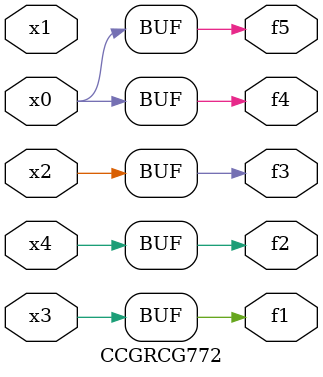
<source format=v>
module CCGRCG772(
	input x0, x1, x2, x3, x4,
	output f1, f2, f3, f4, f5
);
	assign f1 = x3;
	assign f2 = x4;
	assign f3 = x2;
	assign f4 = x0;
	assign f5 = x0;
endmodule

</source>
